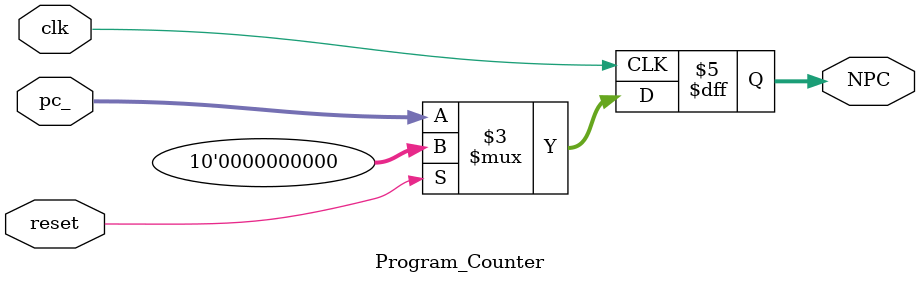
<source format=v>
module Program_Counter(
    input clk,                  // Clock input
    input reset,                // Reset signal
    input [9:0] pc_,           // Current program counter input, 10 bits wide
    output reg [9:0] NPC        // Next program counter output, 10 bits wide
);

always @(posedge clk) begin   // Sequential logic triggered on the rising edge of the clock

    if (reset) begin          // If reset signal is active
        NPC <= 10'b0000000000; // Initialize the next program counter (NPC) to 0
    end
    else begin
        NPC <= pc_;            // Set the next program counter (NPC) to the current program counter (pc_)
    end
end

endmodule

</source>
